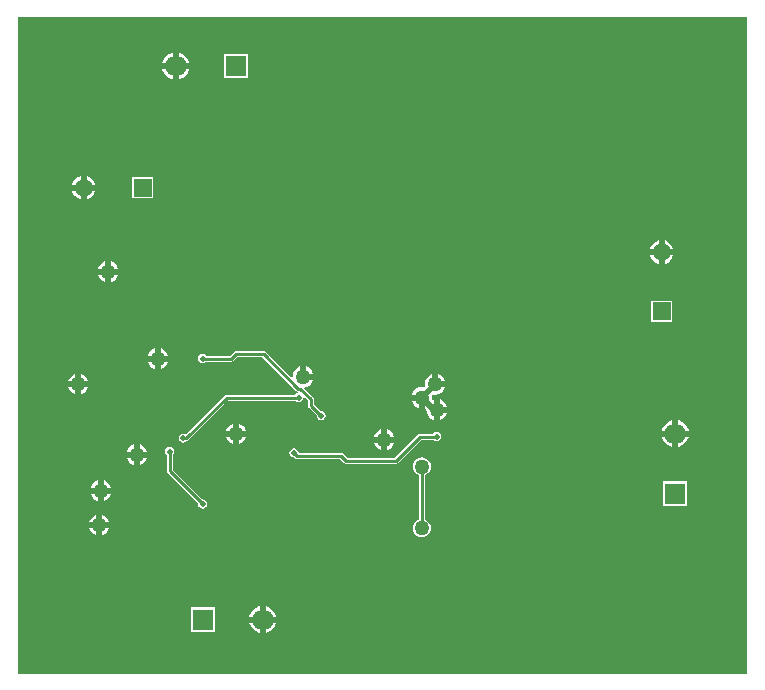
<source format=gbl>
G04*
G04 #@! TF.GenerationSoftware,Altium Limited,Altium Designer,19.1.7 (138)*
G04*
G04 Layer_Physical_Order=2*
G04 Layer_Color=16711680*
%FSLAX25Y25*%
%MOIN*%
G70*
G01*
G75*
%ADD11C,0.01000*%
%ADD45R,0.06000X0.06000*%
%ADD46C,0.06000*%
%ADD47R,0.06000X0.06000*%
%ADD48C,0.07087*%
%ADD49R,0.07087X0.07087*%
%ADD50R,0.07087X0.07087*%
%ADD51C,0.05000*%
%ADD52C,0.02000*%
%ADD53C,0.02000*%
G36*
X562000Y171000D02*
X319000D01*
X319000Y390000D01*
X562000D01*
X562000Y171000D01*
D02*
G37*
%LPC*%
G36*
X372500Y377951D02*
Y374500D01*
X375951D01*
X375926Y374686D01*
X375469Y375791D01*
X374740Y376740D01*
X373791Y377469D01*
X372686Y377926D01*
X372500Y377951D01*
D02*
G37*
G36*
X370500D02*
X370314Y377926D01*
X369209Y377469D01*
X368260Y376740D01*
X367531Y375791D01*
X367074Y374686D01*
X367049Y374500D01*
X370500D01*
Y377951D01*
D02*
G37*
G36*
X395543Y377543D02*
X387457D01*
Y369457D01*
X395543D01*
Y377543D01*
D02*
G37*
G36*
X375951Y372500D02*
X372500D01*
Y369049D01*
X372686Y369074D01*
X373791Y369531D01*
X374740Y370260D01*
X375469Y371209D01*
X375926Y372314D01*
X375951Y372500D01*
D02*
G37*
G36*
X370500D02*
X367049D01*
X367074Y372314D01*
X367531Y371209D01*
X368260Y370260D01*
X369209Y369531D01*
X370314Y369074D01*
X370500Y369049D01*
Y372500D01*
D02*
G37*
G36*
X341815Y336903D02*
Y334000D01*
X344718D01*
X344712Y334044D01*
X344309Y335017D01*
X343668Y335853D01*
X342832Y336494D01*
X341859Y336897D01*
X341815Y336903D01*
D02*
G37*
G36*
X339815D02*
X339771Y336897D01*
X338798Y336494D01*
X337962Y335853D01*
X337321Y335017D01*
X336918Y334044D01*
X336912Y334000D01*
X339815D01*
Y336903D01*
D02*
G37*
G36*
X364000Y336500D02*
X357000D01*
Y329500D01*
X364000D01*
Y336500D01*
D02*
G37*
G36*
X344718Y332000D02*
X341815D01*
Y329097D01*
X341859Y329103D01*
X342832Y329506D01*
X343668Y330147D01*
X344309Y330983D01*
X344712Y331956D01*
X344718Y332000D01*
D02*
G37*
G36*
X339815D02*
X336912D01*
X336918Y331956D01*
X337321Y330983D01*
X337962Y330147D01*
X338798Y329506D01*
X339771Y329103D01*
X339815Y329097D01*
Y332000D01*
D02*
G37*
G36*
X534500Y315403D02*
Y312500D01*
X537403D01*
X537397Y312544D01*
X536994Y313517D01*
X536353Y314353D01*
X535517Y314994D01*
X534544Y315397D01*
X534500Y315403D01*
D02*
G37*
G36*
X532500D02*
X532456Y315397D01*
X531483Y314994D01*
X530647Y314353D01*
X530006Y313517D01*
X529603Y312544D01*
X529597Y312500D01*
X532500D01*
Y315403D01*
D02*
G37*
G36*
X537403Y310500D02*
X534500D01*
Y307597D01*
X534544Y307603D01*
X535517Y308006D01*
X536353Y308647D01*
X536994Y309483D01*
X537397Y310456D01*
X537403Y310500D01*
D02*
G37*
G36*
X532500D02*
X529597D01*
X529603Y310456D01*
X530006Y309483D01*
X530647Y308647D01*
X531483Y308006D01*
X532456Y307603D01*
X532500Y307597D01*
Y310500D01*
D02*
G37*
G36*
X350000Y308374D02*
Y306000D01*
X352374D01*
X352057Y306765D01*
X351496Y307496D01*
X350765Y308057D01*
X350000Y308374D01*
D02*
G37*
G36*
X348000D02*
X347235Y308057D01*
X346504Y307496D01*
X345943Y306765D01*
X345626Y306000D01*
X348000D01*
Y308374D01*
D02*
G37*
G36*
X352374Y304000D02*
X350000D01*
Y301626D01*
X350765Y301943D01*
X351496Y302504D01*
X352057Y303235D01*
X352374Y304000D01*
D02*
G37*
G36*
X348000D02*
X345626D01*
X345943Y303235D01*
X346504Y302504D01*
X347235Y301943D01*
X348000Y301626D01*
Y304000D01*
D02*
G37*
G36*
X537000Y295315D02*
X530000D01*
Y288315D01*
X537000D01*
Y295315D01*
D02*
G37*
G36*
X400843Y278520D02*
X391557D01*
X391167Y278442D01*
X390836Y278221D01*
X389634Y277020D01*
X381623D01*
X381581Y277081D01*
X381085Y277413D01*
X380500Y277529D01*
X379915Y277413D01*
X379419Y277081D01*
X379087Y276585D01*
X378971Y276000D01*
X379087Y275415D01*
X379419Y274919D01*
X379915Y274587D01*
X380500Y274471D01*
X381085Y274587D01*
X381581Y274919D01*
X381623Y274980D01*
X390057D01*
X390447Y275058D01*
X390778Y275279D01*
X391979Y276480D01*
X400421D01*
X411622Y265279D01*
X411953Y265058D01*
X412343Y264980D01*
X412314Y264492D01*
X411915Y264413D01*
X411419Y264081D01*
X411377Y264020D01*
X388500D01*
X388110Y263942D01*
X387779Y263721D01*
X374814Y250756D01*
X374599Y250900D01*
X374013Y251016D01*
X373428Y250900D01*
X372932Y250568D01*
X372600Y250072D01*
X372484Y249487D01*
X372600Y248901D01*
X372932Y248405D01*
X373428Y248074D01*
X374013Y247957D01*
X374599Y248074D01*
X375095Y248405D01*
X375159Y248501D01*
X375377Y248545D01*
X375708Y248766D01*
X388922Y261980D01*
X411377D01*
X411419Y261919D01*
X411915Y261587D01*
X412500Y261471D01*
X413085Y261587D01*
X413581Y261919D01*
X413913Y262415D01*
X414006Y262881D01*
X414345Y263051D01*
X414516Y263078D01*
X415653Y261941D01*
Y260328D01*
X415730Y259938D01*
X415951Y259607D01*
X418485Y257073D01*
X418471Y257000D01*
X418587Y256415D01*
X418919Y255919D01*
X419415Y255587D01*
X420000Y255471D01*
X420585Y255587D01*
X421081Y255919D01*
X421413Y256415D01*
X421529Y257000D01*
X421413Y257585D01*
X421081Y258081D01*
X420585Y258413D01*
X420000Y258529D01*
X419927Y258515D01*
X417692Y260750D01*
Y262363D01*
X417614Y262754D01*
X417393Y263084D01*
X414406Y266071D01*
X414567Y266545D01*
X414914Y266590D01*
X415765Y266943D01*
X416496Y267504D01*
X417057Y268235D01*
X417374Y269000D01*
X414000D01*
Y270000D01*
X413000D01*
Y273374D01*
X412235Y273057D01*
X411504Y272496D01*
X410943Y271765D01*
X410590Y270914D01*
X410472Y270020D01*
X410325Y269910D01*
X410024Y269761D01*
X401564Y278221D01*
X401233Y278442D01*
X400843Y278520D01*
D02*
G37*
G36*
X366500Y279374D02*
Y277000D01*
X368874D01*
X368557Y277765D01*
X367996Y278496D01*
X367265Y279057D01*
X366500Y279374D01*
D02*
G37*
G36*
X364500D02*
X363735Y279057D01*
X363004Y278496D01*
X362443Y277765D01*
X362126Y277000D01*
X364500D01*
Y279374D01*
D02*
G37*
G36*
X368874Y275000D02*
X366500D01*
Y272626D01*
X367265Y272943D01*
X367996Y273504D01*
X368557Y274235D01*
X368874Y275000D01*
D02*
G37*
G36*
X364500D02*
X362126D01*
X362443Y274235D01*
X363004Y273504D01*
X363735Y272943D01*
X364500Y272626D01*
Y275000D01*
D02*
G37*
G36*
X415000Y273374D02*
Y271000D01*
X417374D01*
X417057Y271765D01*
X416496Y272496D01*
X415765Y273057D01*
X415000Y273374D01*
D02*
G37*
G36*
X459000Y270874D02*
Y268500D01*
X461374D01*
X461057Y269265D01*
X460496Y269996D01*
X459765Y270557D01*
X459000Y270874D01*
D02*
G37*
G36*
X340000D02*
Y268500D01*
X342374D01*
X342057Y269265D01*
X341496Y269996D01*
X340765Y270557D01*
X340000Y270874D01*
D02*
G37*
G36*
X338000D02*
X337235Y270557D01*
X336504Y269996D01*
X335943Y269265D01*
X335626Y268500D01*
X338000D01*
Y270874D01*
D02*
G37*
G36*
X457000D02*
X456235Y270557D01*
X455504Y269996D01*
X454943Y269265D01*
X454590Y268414D01*
X454470Y267500D01*
X454553Y266872D01*
X454548Y266857D01*
X454143Y266452D01*
X454128Y266447D01*
X453500Y266530D01*
X452586Y266410D01*
X451735Y266057D01*
X451004Y265496D01*
X450443Y264765D01*
X450126Y264000D01*
X453500D01*
Y263000D01*
X454500D01*
Y259626D01*
X454649Y259688D01*
X455013Y259325D01*
X454970Y259000D01*
X455090Y258086D01*
X455443Y257235D01*
X456004Y256504D01*
X456735Y255943D01*
X457500Y255626D01*
Y259000D01*
Y262374D01*
X457378Y262324D01*
X456981Y262628D01*
X457030Y263000D01*
X456948Y263628D01*
X456952Y263643D01*
X457357Y264048D01*
X457372Y264053D01*
X458000Y263970D01*
X458914Y264090D01*
X459765Y264443D01*
X460496Y265004D01*
X461057Y265735D01*
X461374Y266500D01*
X458000D01*
Y267500D01*
X457000D01*
Y270874D01*
D02*
G37*
G36*
X342374Y266500D02*
X340000D01*
Y264126D01*
X340765Y264443D01*
X341496Y265004D01*
X342057Y265735D01*
X342374Y266500D01*
D02*
G37*
G36*
X338000D02*
X335626D01*
X335943Y265735D01*
X336504Y265004D01*
X337235Y264443D01*
X338000Y264126D01*
Y266500D01*
D02*
G37*
G36*
X459500Y262374D02*
Y260000D01*
X461874D01*
X461557Y260765D01*
X460996Y261496D01*
X460265Y262057D01*
X459500Y262374D01*
D02*
G37*
G36*
X452500Y262000D02*
X450126D01*
X450443Y261235D01*
X451004Y260504D01*
X451735Y259943D01*
X452500Y259626D01*
Y262000D01*
D02*
G37*
G36*
X461874Y258000D02*
X459500D01*
Y255626D01*
X460265Y255943D01*
X460996Y256504D01*
X461557Y257235D01*
X461874Y258000D01*
D02*
G37*
G36*
X539000Y255451D02*
Y252000D01*
X542451D01*
X542426Y252186D01*
X541969Y253291D01*
X541240Y254240D01*
X540291Y254969D01*
X539186Y255426D01*
X539000Y255451D01*
D02*
G37*
G36*
X537000D02*
X536814Y255426D01*
X535709Y254969D01*
X534760Y254240D01*
X534031Y253291D01*
X533574Y252186D01*
X533549Y252000D01*
X537000D01*
Y255451D01*
D02*
G37*
G36*
X392622Y254331D02*
Y251957D01*
X394996D01*
X394679Y252722D01*
X394118Y253453D01*
X393387Y254014D01*
X392622Y254331D01*
D02*
G37*
G36*
X390622D02*
X389857Y254014D01*
X389126Y253453D01*
X388565Y252722D01*
X388248Y251957D01*
X390622D01*
Y254331D01*
D02*
G37*
G36*
X442000Y252374D02*
Y250000D01*
X444374D01*
X444057Y250765D01*
X443496Y251496D01*
X442765Y252057D01*
X442000Y252374D01*
D02*
G37*
G36*
X440000D02*
X439235Y252057D01*
X438504Y251496D01*
X437943Y250765D01*
X437626Y250000D01*
X440000D01*
Y252374D01*
D02*
G37*
G36*
X458500Y251529D02*
X457915Y251413D01*
X457419Y251081D01*
X457377Y251020D01*
X453000D01*
X452610Y250942D01*
X452279Y250721D01*
X444578Y243020D01*
X428636D01*
X427435Y244221D01*
X427104Y244442D01*
X426714Y244520D01*
X412503D01*
X412470Y244559D01*
X412354Y245144D01*
X412022Y245640D01*
X411526Y245972D01*
X410941Y246088D01*
X410356Y245972D01*
X409860Y245640D01*
X409528Y245144D01*
X409412Y244559D01*
X409528Y243974D01*
X409860Y243478D01*
X410356Y243146D01*
X410941Y243030D01*
X411014Y243044D01*
X411279Y242779D01*
X411610Y242558D01*
X412000Y242480D01*
X426291D01*
X427493Y241279D01*
X427823Y241058D01*
X428214Y240980D01*
X445000D01*
X445390Y241058D01*
X445721Y241279D01*
X453422Y248980D01*
X457377D01*
X457419Y248919D01*
X457915Y248587D01*
X458500Y248471D01*
X459085Y248587D01*
X459581Y248919D01*
X459913Y249415D01*
X460029Y250000D01*
X459913Y250585D01*
X459581Y251081D01*
X459085Y251413D01*
X458500Y251529D01*
D02*
G37*
G36*
X394996Y249957D02*
X392622D01*
Y247583D01*
X393387Y247899D01*
X394118Y248461D01*
X394679Y249192D01*
X394996Y249957D01*
D02*
G37*
G36*
X390622D02*
X388248D01*
X388565Y249192D01*
X389126Y248461D01*
X389857Y247899D01*
X390622Y247583D01*
Y249957D01*
D02*
G37*
G36*
X542451Y250000D02*
X539000D01*
Y246549D01*
X539186Y246574D01*
X540291Y247031D01*
X541240Y247760D01*
X541969Y248709D01*
X542426Y249814D01*
X542451Y250000D01*
D02*
G37*
G36*
X537000D02*
X533549D01*
X533574Y249814D01*
X534031Y248709D01*
X534760Y247760D01*
X535709Y247031D01*
X536814Y246574D01*
X537000Y246549D01*
Y250000D01*
D02*
G37*
G36*
X444374Y248000D02*
X442000D01*
Y245626D01*
X442765Y245943D01*
X443496Y246504D01*
X444057Y247235D01*
X444374Y248000D01*
D02*
G37*
G36*
X440000D02*
X437626D01*
X437943Y247235D01*
X438504Y246504D01*
X439235Y245943D01*
X440000Y245626D01*
Y248000D01*
D02*
G37*
G36*
X359500Y247374D02*
Y245000D01*
X361874D01*
X361557Y245765D01*
X360996Y246496D01*
X360265Y247057D01*
X359500Y247374D01*
D02*
G37*
G36*
X357500D02*
X356735Y247057D01*
X356004Y246496D01*
X355443Y245765D01*
X355126Y245000D01*
X357500D01*
Y247374D01*
D02*
G37*
G36*
X361874Y243000D02*
X359500D01*
Y240626D01*
X360265Y240943D01*
X360996Y241504D01*
X361557Y242235D01*
X361874Y243000D01*
D02*
G37*
G36*
X357500D02*
X355126D01*
X355443Y242235D01*
X356004Y241504D01*
X356735Y240943D01*
X357500Y240626D01*
Y243000D01*
D02*
G37*
G36*
X347500Y235374D02*
Y233000D01*
X349874D01*
X349557Y233765D01*
X348996Y234496D01*
X348265Y235057D01*
X347500Y235374D01*
D02*
G37*
G36*
X345500D02*
X344735Y235057D01*
X344004Y234496D01*
X343443Y233765D01*
X343126Y233000D01*
X345500D01*
Y235374D01*
D02*
G37*
G36*
X349874Y231000D02*
X347500D01*
Y228626D01*
X348265Y228943D01*
X348996Y229504D01*
X349557Y230235D01*
X349874Y231000D01*
D02*
G37*
G36*
X345500D02*
X343126D01*
X343443Y230235D01*
X344004Y229504D01*
X344735Y228943D01*
X345500Y228626D01*
Y231000D01*
D02*
G37*
G36*
X542043Y235043D02*
X533957D01*
Y226957D01*
X542043D01*
Y235043D01*
D02*
G37*
G36*
X369500Y246529D02*
X368915Y246413D01*
X368419Y246081D01*
X368087Y245585D01*
X367971Y245000D01*
X368087Y244415D01*
X368419Y243919D01*
X368480Y243877D01*
Y238500D01*
X368558Y238110D01*
X368779Y237779D01*
X378985Y227573D01*
X378971Y227500D01*
X379087Y226915D01*
X379419Y226419D01*
X379915Y226087D01*
X380500Y225971D01*
X381085Y226087D01*
X381581Y226419D01*
X381913Y226915D01*
X382029Y227500D01*
X381913Y228085D01*
X381581Y228581D01*
X381085Y228913D01*
X380500Y229029D01*
X380427Y229015D01*
X370520Y238922D01*
Y243877D01*
X370581Y243919D01*
X370913Y244415D01*
X371029Y245000D01*
X370913Y245585D01*
X370581Y246081D01*
X370085Y246413D01*
X369500Y246529D01*
D02*
G37*
G36*
X347000Y223874D02*
Y221500D01*
X349374D01*
X349057Y222265D01*
X348496Y222996D01*
X347765Y223557D01*
X347000Y223874D01*
D02*
G37*
G36*
X345000D02*
X344235Y223557D01*
X343504Y222996D01*
X342943Y222265D01*
X342626Y221500D01*
X345000D01*
Y223874D01*
D02*
G37*
G36*
X349374Y219500D02*
X347000D01*
Y217126D01*
X347765Y217443D01*
X348496Y218004D01*
X349057Y218735D01*
X349374Y219500D01*
D02*
G37*
G36*
X345000D02*
X342626D01*
X342943Y218735D01*
X343504Y218004D01*
X344235Y217443D01*
X345000Y217126D01*
Y219500D01*
D02*
G37*
G36*
X453500Y243026D02*
X452717Y242923D01*
X451987Y242620D01*
X451360Y242140D01*
X450879Y241513D01*
X450577Y240783D01*
X450474Y240000D01*
X450577Y239217D01*
X450879Y238487D01*
X451360Y237860D01*
X451987Y237380D01*
X452480Y237175D01*
Y222325D01*
X451987Y222120D01*
X451360Y221640D01*
X450879Y221013D01*
X450577Y220283D01*
X450474Y219500D01*
X450577Y218717D01*
X450879Y217987D01*
X451360Y217360D01*
X451987Y216880D01*
X452717Y216577D01*
X453500Y216474D01*
X454283Y216577D01*
X455013Y216880D01*
X455640Y217360D01*
X456120Y217987D01*
X456423Y218717D01*
X456526Y219500D01*
X456423Y220283D01*
X456120Y221013D01*
X455640Y221640D01*
X455013Y222120D01*
X454520Y222325D01*
Y237175D01*
X455013Y237380D01*
X455640Y237860D01*
X456120Y238487D01*
X456423Y239217D01*
X456526Y240000D01*
X456423Y240783D01*
X456120Y241513D01*
X455640Y242140D01*
X455013Y242620D01*
X454283Y242923D01*
X453500Y243026D01*
D02*
G37*
G36*
X401500Y193451D02*
Y190000D01*
X404951D01*
X404926Y190186D01*
X404469Y191291D01*
X403740Y192240D01*
X402791Y192969D01*
X401686Y193426D01*
X401500Y193451D01*
D02*
G37*
G36*
X399500D02*
X399314Y193426D01*
X398209Y192969D01*
X397260Y192240D01*
X396531Y191291D01*
X396074Y190186D01*
X396049Y190000D01*
X399500D01*
Y193451D01*
D02*
G37*
G36*
X384543Y193043D02*
X376457D01*
Y184957D01*
X384543D01*
Y193043D01*
D02*
G37*
G36*
X404951Y188000D02*
X401500D01*
Y184549D01*
X401686Y184574D01*
X402791Y185031D01*
X403740Y185760D01*
X404469Y186709D01*
X404926Y187814D01*
X404951Y188000D01*
D02*
G37*
G36*
X399500D02*
X396049D01*
X396074Y187814D01*
X396531Y186709D01*
X397260Y185760D01*
X398209Y185031D01*
X399314Y184574D01*
X399500Y184549D01*
Y188000D01*
D02*
G37*
%LPD*%
D11*
X457500Y259000D02*
X458500D01*
X374013Y249487D02*
X374987D01*
X388500Y263000D01*
X412500D01*
X426714Y243500D02*
X428214Y242000D01*
X412000Y243500D02*
X426714D01*
X410941Y244559D02*
X412000Y243500D01*
X441000Y247531D02*
Y249000D01*
X440235Y246765D02*
X441000Y247531D01*
X445000Y242000D02*
X453000Y250000D01*
X458500D01*
X428214Y242000D02*
X445000D01*
X391557Y277500D02*
X400843D01*
X390057Y276000D02*
X391557Y277500D01*
X380500Y276000D02*
X390057D01*
X400843Y277500D02*
X412343Y266000D01*
X453500Y219500D02*
Y240000D01*
X413035Y266000D02*
X416672Y262363D01*
X412343Y266000D02*
X413035D01*
X416672Y260328D02*
Y262363D01*
Y260328D02*
X420000Y257000D01*
X369500Y238500D02*
X380500Y227500D01*
X369500Y238500D02*
Y245000D01*
D45*
X533500Y291815D02*
D03*
D46*
Y311500D02*
D03*
X340815Y333000D02*
D03*
D47*
X360500D02*
D03*
D48*
X538000Y251000D02*
D03*
X371500Y373500D02*
D03*
X400500Y189000D02*
D03*
D49*
X538000Y231000D02*
D03*
D50*
X391500Y373500D02*
D03*
X380500Y189000D02*
D03*
D51*
X349000Y305000D02*
D03*
X358500Y244000D02*
D03*
X441000Y249000D02*
D03*
X458500Y259000D02*
D03*
X453500Y263000D02*
D03*
X458000Y267500D02*
D03*
X453500Y219500D02*
D03*
Y240000D02*
D03*
X391622Y250957D02*
D03*
X346000Y220500D02*
D03*
X346500Y232000D02*
D03*
X414000Y270000D02*
D03*
X365500Y276000D02*
D03*
X339000Y267500D02*
D03*
D52*
X374013Y249487D02*
D03*
X458500Y250000D02*
D03*
X380500Y276000D02*
D03*
X420000Y257000D02*
D03*
X380500Y227500D02*
D03*
X412500Y263000D02*
D03*
X369500Y245000D02*
D03*
X410941Y244559D02*
D03*
D53*
X453500Y263000D02*
X457500Y259000D01*
X453500Y263000D02*
X458000Y267500D01*
M02*

</source>
